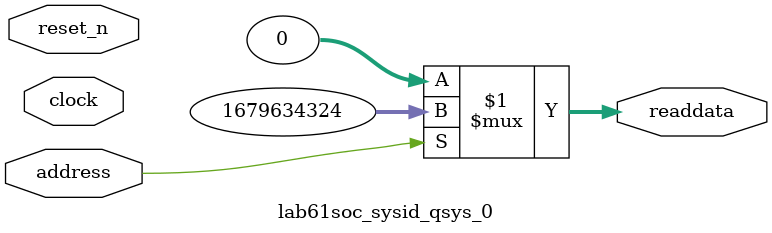
<source format=v>



// synthesis translate_off
`timescale 1ns / 1ps
// synthesis translate_on

// turn off superfluous verilog processor warnings 
// altera message_level Level1 
// altera message_off 10034 10035 10036 10037 10230 10240 10030 

module lab61soc_sysid_qsys_0 (
               // inputs:
                address,
                clock,
                reset_n,

               // outputs:
                readdata
             )
;

  output  [ 31: 0] readdata;
  input            address;
  input            clock;
  input            reset_n;

  wire    [ 31: 0] readdata;
  //control_slave, which is an e_avalon_slave
  assign readdata = address ? 1679634324 : 0;

endmodule



</source>
